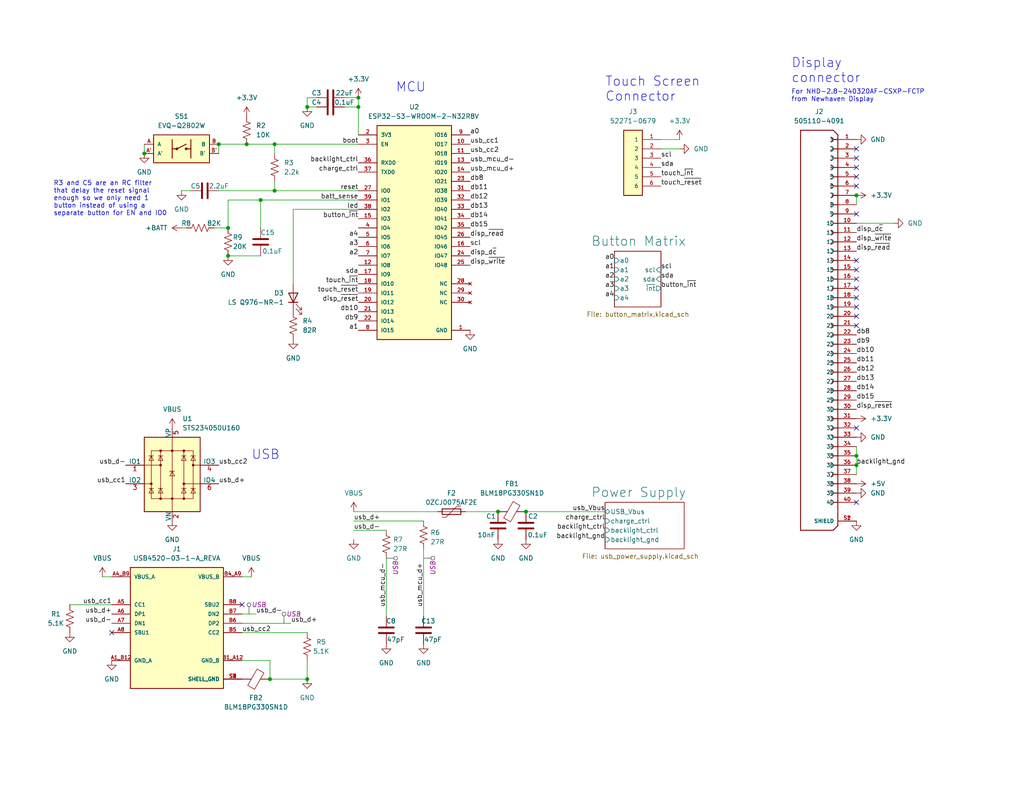
<source format=kicad_sch>
(kicad_sch (version 20230121) (generator eeschema)
  (paper "USLetter")
  (title_block (title "TI-83x") (date "2023-02-21") (rev "A") (company "Licensed under CERN-OHL-S v2"))
  (lib_symbols
    (symbol "505110-4091:505110-4091" (pin_names (offset 1.016))
      (property "Reference" "J" (at -10.16 54.61 0))
      (property "Value" "505110-4091" (at -10.16 -58.42 0))
      (symbol "505110-4091_0_0"
        (arc (start -1.905 -48.895) (mid -1.2727 -48.26) (end -1.905 -47.625) (stroke (width 0.254)))
        (arc (start -1.905 -46.355) (mid -1.2727 -45.72) (end -1.905 -45.085) (stroke (width 0.254)))
        (arc (start -1.905 -43.815) (mid -1.2727 -43.18) (end -1.905 -42.545) (stroke (width 0.254)))
        (arc (start -1.905 -41.275) (mid -1.2727 -40.64) (end -1.905 -40.005) (stroke (width 0.254)))
        (arc (start -1.905 -38.735) (mid -1.2727 -38.1) (end -1.905 -37.465) (stroke (width 0.254)))
        (arc (start -1.905 -36.195) (mid -1.2727 -35.56) (end -1.905 -34.925) (stroke (width 0.254)))
        (arc (start -1.905 -33.655) (mid -1.2727 -33.02) (end -1.905 -32.385) (stroke (width 0.254)))
        (arc (start -1.905 -31.115) (mid -1.2727 -30.48) (end -1.905 -29.845) (stroke (width 0.254)))
        (arc (start -1.905 -28.575) (mid -1.2727 -27.94) (end -1.905 -27.305) (stroke (width 0.254)))
        (arc (start -1.905 -26.035) (mid -1.2727 -25.4) (end -1.905 -24.765) (stroke (width 0.254)))
        (arc (start -1.905 -23.495) (mid -1.2727 -22.86) (end -1.905 -22.225) (stroke (width 0.254)))
        (arc (start -1.905 -20.955) (mid -1.2727 -20.32) (end -1.905 -19.685) (stroke (width 0.254)))
        (arc (start -1.905 -18.415) (mid -1.2727 -17.78) (end -1.905 -17.145) (stroke (width 0.254)))
        (arc (start -1.905 -15.875) (mid -1.2727 -15.24) (end -1.905 -14.605) (stroke (width 0.254)))
        (arc (start -1.905 -13.335) (mid -1.2727 -12.7) (end -1.905 -12.065) (stroke (width 0.254)))
        (arc (start -1.905 -10.795) (mid -1.2727 -10.16) (end -1.905 -9.525) (stroke (width 0.254)))
        (arc (start -1.905 -8.255) (mid -1.2727 -7.62) (end -1.905 -6.985) (stroke (width 0.254)))
        (arc (start -1.905 -5.715) (mid -1.2727 -5.08) (end -1.905 -4.445) (stroke (width 0.254)))
        (arc (start -1.905 -3.175) (mid -1.2727 -2.54) (end -1.905 -1.905) (stroke (width 0.254)))
        (arc (start -1.905 -0.635) (mid -1.2727 0) (end -1.905 0.635) (stroke (width 0.254)))
        (arc (start -1.905 1.905) (mid -1.2727 2.54) (end -1.905 3.175) (stroke (width 0.254)))
        (arc (start -1.905 4.445) (mid -1.2727 5.08) (end -1.905 5.715) (stroke (width 0.254)))
        (arc (start -1.905 6.985) (mid -1.2727 7.62) (end -1.905 8.255) (stroke (width 0.254)))
        (arc (start -1.905 9.525) (mid -1.2727 10.16) (end -1.905 10.795) (stroke (width 0.254)))
        (arc (start -1.905 12.065) (mid -1.2727 12.7) (end -1.905 13.335) (stroke (width 0.254)))
        (arc (start -1.905 14.605) (mid -1.2727 15.24) (end -1.905 15.875) (stroke (width 0.254)))
        (arc (start -1.905 17.145) (mid -1.2727 17.78) (end -1.905 18.415) (stroke (width 0.254)))
        (arc (start -1.905 19.685) (mid -1.2727 20.32) (end -1.905 20.955) (stroke (width 0.254)))
        (arc (start -1.905 22.225) (mid -1.2727 22.86) (end -1.905 23.495) (stroke (width 0.254)))
        (arc (start -1.905 24.765) (mid -1.2727 25.4) (end -1.905 26.035) (stroke (width 0.254)))
        (arc (start -1.905 27.305) (mid -1.2727 27.94) (end -1.905 28.575) (stroke (width 0.254)))
        (arc (start -1.905 29.845) (mid -1.2727 30.48) (end -1.905 31.115) (stroke (width 0.254)))
        (arc (start -1.905 32.385) (mid -1.2727 33.02) (end -1.905 33.655) (stroke (width 0.254)))
        (arc (start -1.905 34.925) (mid -1.2727 35.56) (end -1.905 36.195) (stroke (width 0.254)))
        (arc (start -1.905 37.465) (mid -1.2727 38.1) (end -1.905 38.735) (stroke (width 0.254)))
        (arc (start -1.905 40.005) (mid -1.2727 40.64) (end -1.905 41.275) (stroke (width 0.254)))
        (arc (start -1.905 42.545) (mid -1.2727 43.18) (end -1.905 43.815) (stroke (width 0.254)))
        (arc (start -1.905 45.085) (mid -1.2727 45.72) (end -1.905 46.355) (stroke (width 0.254)))
        (arc (start -1.905 47.625) (mid -1.2727 48.26) (end -1.905 48.895) (stroke (width 0.254)))
        (arc (start -1.905 50.165) (mid -1.2727 50.8) (end -1.905 51.435) (stroke (width 0.254)))
        (polyline (pts (xy -10.16 -55.88) (xy -10.16 53.34)) (stroke (width 0.254)))
        (polyline (pts (xy -10.16 53.34) (xy -1.27 53.34)) (stroke (width 0.254)))
        (polyline (pts (xy -1.27 -55.88) (xy -10.16 -55.88)) (stroke (width 0.254)))
        (polyline (pts (xy 0 -54.61) (xy -1.27 -55.88)) (stroke (width 0.254)))
        (polyline (pts (xy 0 -48.26) (xy -1.27 -48.26)) (stroke (width 0.254)))
        (polyline (pts (xy 0 -45.72) (xy -1.27 -45.72)) (stroke (width 0.254)))
        (polyline (pts (xy 0 -43.18) (xy -1.27 -43.18)) (stroke (width 0.254)))
        (polyline (pts (xy 0 -40.64) (xy -1.27 -40.64)) (stroke (width 0.254)))
        (polyline (pts (xy 0 -38.1) (xy -1.27 -38.1)) (stroke (width 0.254)))
        (polyline (pts (xy 0 -35.56) (xy -1.27 -35.56)) (stroke (width 0.254)))
        (polyline (pts (xy 0 -33.02) (xy -1.27 -33.02)) (stroke (width 0.254)))
        (polyline (pts (xy 0 -30.48) (xy -1.27 -30.48)) (stroke (width 0.254)))
        (polyline (pts (xy 0 -27.94) (xy -1.27 -27.94)) (stroke (width 0.254)))
        (polyline (pts (xy 0 -25.4) (xy -1.27 -25.4)) (stroke (width 0.254)))
        (polyline (pts (xy 0 -22.86) (xy -1.27 -22.86)) (stroke (width 0.254)))
        (polyline (pts (xy 0 -20.32) (xy -1.27 -20.32)) (stroke (width 0.254)))
        (polyline (pts (xy 0 -17.78) (xy -1.27 -17.78)) (stroke (width 0.254)))
        (polyline (pts (xy 0 -15.24) (xy -1.27 -15.24)) (stroke (width 0.254)))
        (polyline (pts (xy 0 -12.7) (xy -1.27 -12.7)) (stroke (width 0.254)))
        (polyline (pts (xy 0 -10.16) (xy -1.27 -10.16)) (stroke (width 0.254)))
        (polyline (pts (xy 0 -7.62) (xy -1.27 -7.62)) (stroke (width 0.254)))
        (polyline (pts (xy 0 -5.08) (xy -1.27 -5.08)) (stroke (width 0.254)))
        (polyline (pts (xy 0 -2.54) (xy -1.27 -2.54)) (stroke (width 0.254)))
        (polyline (pts (xy 0 0) (xy -1.27 0)) (stroke (width 0.254)))
        (polyline (pts (xy 0 2.54) (xy -1.27 2.54)) (stroke (width 0.254)))
        (polyline (pts (xy 0 5.08) (xy -1.27 5.08)) (stroke (width 0.254)))
        (polyline (pts (xy 0 7.62) (xy -1.27 7.62)) (stroke (width 0.254)))
        (polyline (pts (xy 0 10.16) (xy -1.27 10.16)) (stroke (width 0.254)))
        (polyline (pts (xy 0 12.7) (xy -1.27 12.7)) (stroke (width 0.254)))
        (polyline (pts (xy 0 15.24) (xy -1.27 15.24)) (stroke (width 0.254)))
        (polyline (pts (xy 0 17.78) (xy -1.27 17.78)) (stroke (width 0.254)))
        (polyline (pts (xy 0 20.32) (xy -1.27 20.32)) (stroke (width 0.254)))
        (polyline (pts (xy 0 22.86) (xy -1.27 22.86)) (stroke (width 0.254)))
        (polyline (pts (xy 0 25.4) (xy -1.27 25.4)) (stroke (width 0.254)))
        (polyline (pts (xy 0 27.94) (xy -1.27 27.94)) (stroke (width 0.254)))
        (polyline (pts (xy 0 30.48) (xy -1.27 30.48)) (stroke (width 0.254)))
        (polyline (pts (xy 0 33.02) (xy -1.27 33.02)) (stroke (width 0.254)))
        (polyline (pts (xy 0 35.56) (xy -1.27 35.56)) (stroke (width 0.254)))
        (polyline (pts (xy 0 38.1) (xy -1.27 38.1)) (stroke (width 0.254)))
        (polyline (pts (xy 0 40.64) (xy -1.27 40.64)) (stroke (width 0.254)))
        (polyline (pts (xy 0 43.18) (xy -1.27 43.18)) (stroke (width 0.254)))
        (polyline (pts (xy 0 45.72) (xy -1.27 45.72)) (stroke (width 0.254)))
        (polyline (pts (xy 0 48.26) (xy -1.27 48.26)) (stroke (width 0.254)))
        (polyline (pts (xy 0 50.8) (xy -1.27 50.8)) (stroke (width 0.254)))
        (polyline (pts (xy 0 50.8) (xy 0 -54.61)) (stroke (width 0.254)))
        (polyline (pts (xy 0 52.07) (xy -1.27 53.34)) (stroke (width 0.254)))
        (polyline (pts (xy 0 52.07) (xy 0 50.8)) (stroke (width 0.254)))
        (pin passive line (at 5.08 50.8 180) (length 5.08) (name "1") (number "1"))
        (pin passive line (at 5.08 27.94 180) (length 5.08) (name "10") (number "10"))
        (pin passive line (at 5.08 25.4 180) (length 5.08) (name "11") (number "11"))
        (pin passive line (at 5.08 22.86 180) (length 5.08) (name "12") (number "12"))
        (pin passive line (at 5.08 20.32 180) (length 5.08) (name "13") (number "13"))
        (pin passive line (at 5.08 17.78 180) (length 5.08) (name "14") (number "14"))
        (pin passive line (at 5.08 15.24 180) (length 5.08) (name "15") (number "15"))
        (pin passive line (at 5.08 12.7 180) (length 5.08) (name "16") (number "16"))
        (pin passive line (at 5.08 10.16 180) (length 5.08) (name "17") (number "17"))
        (pin passive line (at 5.08 7.62 180) (length 5.08) (name "18") (number "18"))
        (pin passive line (at 5.08 5.08 180) (length 5.08) (name "19") (number "19"))
        (pin passive line (at 5.08 48.26 180) (length 5.08) (name "2") (number "2"))
        (pin passive line (at 5.08 2.54 180) (length 5.08) (name "20") (number "20"))
        (pin passive line (at 5.08 0 180) (length 5.08) (name "21") (number "21"))
        (pin passive line (at 5.08 -2.54 180) (length 5.08) (name "22") (number "22"))
        (pin passive line (at 5.08 -5.08 180) (length 5.08) (name "23") (number "23"))
        (pin passive line (at 5.08 -7.62 180) (length 5.08) (name "24") (number "24"))
        (pin passive line (at 5.08 -10.16 180) (length 5.08) (name "25") (number "25"))
        (pin passive line (at 5.08 -12.7 180) (length 5.08) (name "26") (number "26"))
        (pin passive line (at 5.08 -15.24 180) (length 5.08) (name "27") (number "27"))
        (pin passive line (at 5.08 -17.78 180) (length 5.08) (name "28") (number "28"))
        (pin passive line (at 5.08 -20.32 180) (length 5.08) (name "29") (number "29"))
        (pin passive line (at 5.08 45.72 180) (length 5.08) (name "3") (number "3"))
        (pin passive line (at 5.08 -22.86 180) (length 5.08) (name "30") (number "30"))
        (pin passive line (at 5.08 -25.4 180) (length 5.08) (name "31") (number "31"))
        (pin passive line (at 5.08 -27.94 180) (length 5.08) (name "32") (number "32"))
        (pin passive line (at 5.08 -30.48 180) (length 5.08) (name "33") (number "33"))
        (pin passive line (at 5.08 -33.02 180) (length 5.08) (name "34") (number "34"))
        (pin passive line (at 5.08 -35.56 180) (length 5.08) (name "35") (number "35"))
        (pin passive line (at 5.08 -38.1 180) (length 5.08) (name "36") (number "36"))
        (pin passive line (at 5.08 -40.64 180) (length 5.08) (name "37") (number "37"))
        (pin passive line (at 5.08 -43.18 180) (length 5.08) (name "38") (number "38"))
        (pin passive line (at 5.08 -45.72 180) (length 5.08) (name "39") (number "39"))
        (pin passive line (at 5.08 43.18 180) (length 5.08) (name "4") (number "4"))
        (pin passive line (at 5.08 -48.26 180) (length 5.08) (name "40") (number "40"))
        (pin passive line (at 5.08 40.64 180) (length 5.08) (name "5") (number "5"))
        (pin passive line (at 5.08 38.1 180) (length 5.08) (name "6") (number "6"))
        (pin passive line (at 5.08 35.56 180) (length 5.08) (name "7") (number "7"))
        (pin passive line (at 5.08 33.02 180) (length 5.08) (name "8") (number "8"))
        (pin passive line (at 5.08 30.48 180) (length 5.08) (name "9") (number "9"))
        (pin passive line (at 5.08 -53.34 180) (length 5.08) (name "SHIELD") (number "S1"))
        (pin passive line (at 5.08 -53.34 180) (length 5.08) (name "SHIELD") (number "S2"))
      )
    )
    (symbol "52271-0679:52271-0679" (pin_names (offset 1.016))
      (property "Reference" "J" (at -2.54 8.128 0))
      (property "Value" "52271-0679" (at -2.54 -11.9634 0))
      (symbol "52271-0679_0_0"
        (rectangle (start -2.54 -10.16) (end 2.54 7.62) (stroke (width 0.254)) (fill (type background)))
        (pin passive line (at 7.62 5.08 180) (length 5.08) (name "1") (number "1"))
        (pin passive line (at 7.62 2.54 180) (length 5.08) (name "2") (number "2"))
        (pin passive line (at 7.62 0 180) (length 5.08) (name "3") (number "3"))
        (pin passive line (at 7.62 -2.54 180) (length 5.08) (name "4") (number "4"))
        (pin passive line (at 7.62 -5.08 180) (length 5.08) (name "5") (number "5"))
        (pin passive line (at 7.62 -7.62 180) (length 5.08) (name "6") (number "6"))
      )
    )
    (symbol "Device:C" (pin_numbers hide) (pin_names (offset 0.254))
      (property "Reference" "C" (at 0.635 2.54 0))
      (property "Value" "C" (at 0.635 -2.54 0))
      (symbol "C_0_1"
        (polyline (pts (xy -2.032 -0.762) (xy 2.032 -0.762)) (stroke (width 0.508)))
        (polyline (pts (xy -2.032 0.762) (xy 2.032 0.762)) (stroke (width 0.508)))
      )
      (symbol "C_1_1"
        (pin passive line (at 0 3.81 270) (length 2.794) (name "~") (number "1"))
        (pin passive line (at 0 -3.81 90) (length 2.794) (name "~") (number "2"))
      )
    )
    (symbol "Device:FerriteBead" (pin_numbers hide) (pin_names (offset 0))
      (property "Reference" "FB" (at -3.81 0.635 90))
      (property "Value" "FerriteBead" (at 3.81 0 90))
      (symbol "FerriteBead_0_1"
        (polyline (pts (xy 0 -1.27) (xy 0 -1.2192)))
        (polyline (pts (xy 0 1.27) (xy 0 1.2954)))
        (polyline (pts (xy -2.7686 0.4064) (xy -1.7018 2.2606) (xy 2.7686 -0.3048) (xy 1.6764 -2.159) (xy -2.7686 0.4064)))
      )
      (symbol "FerriteBead_1_1"
        (pin passive line (at 0 3.81 270) (length 2.54) (name "~") (number "1"))
        (pin passive line (at 0 -3.81 90) (length 2.54) (name "~") (number "2"))
      )
    )
    (symbol "Device:LED" (pin_numbers hide) (pin_names (offset 1.016) hide)
      (property "Reference" "D" (at 0 2.54 0))
      (property "Value" "LED" (at 0 -2.54 0))
      (symbol "LED_0_1"
        (polyline (pts (xy -1.27 -1.27) (xy -1.27 1.27)) (stroke (width 0.254)))
        (polyline (pts (xy -1.27 0) (xy 1.27 0)))
        (polyline (pts (xy 1.27 -1.27) (xy 1.27 1.27) (xy -1.27 0) (xy 1.27 -1.27)) (stroke (width 0.254)))
        (polyline (pts (xy -3.048 -0.762) (xy -4.572 -2.286) (xy -3.81 -2.286) (xy -4.572 -2.286) (xy -4.572 -1.524)))
        (polyline (pts (xy -1.778 -0.762) (xy -3.302 -2.286) (xy -2.54 -2.286) (xy -3.302 -2.286) (xy -3.302 -1.524)))
      )
      (symbol "LED_1_1"
        (pin passive line (at -3.81 0 0) (length 2.54) (name "K") (number "1"))
        (pin passive line (at 3.81 0 180) (length 2.54) (name "A") (number "2"))
      )
    )
    (symbol "Device:Polyfuse" (pin_numbers hide) (pin_names (offset 0))
      (property "Reference" "F" (at -2.54 0 90))
      (property "Value" "Polyfuse" (at 2.54 0 90))
      (symbol "Polyfuse_0_1"
        (rectangle (start -0.762 2.54) (end 0.762 -2.54) (stroke (width 0.254)))
        (polyline (pts (xy 0 2.54) (xy 0 -2.54)))
        (polyline (pts (xy -1.524 2.54) (xy -1.524 1.524) (xy 1.524 -1.524) (xy 1.524 -2.54)))
      )
      (symbol "Polyfuse_1_1"
        (pin passive line (at 0 3.81 270) (length 1.27) (name "~") (number "1"))
        (pin passive line (at 0 -3.81 90) (length 1.27) (name "~") (number "2"))
      )
    )
    (symbol "Device:R_US" (pin_numbers hide) (pin_names (offset 0))
      (property "Reference" "R" (at 2.54 0 90))
      (property "Value" "R_US" (at -2.54 0 90))
      (symbol "R_US_0_1"
        (polyline (pts (xy 0 -2.286) (xy 0 -2.54)))
        (polyline (pts (xy 0 2.286) (xy 0 2.54)))
        (polyline (pts (xy 0 -0.762) (xy 1.016 -1.143) (xy 0 -1.524) (xy -1.016 -1.905) (xy 0 -2.286)))
        (polyline (pts (xy 0 0.762) (xy 1.016 0.381) (xy 0 0) (xy -1.016 -0.381) (xy 0 -0.762)))
        (polyline (pts (xy 0 2.286) (xy 1.016 1.905) (xy 0 1.524) (xy -1.016 1.143) (xy 0 0.762)))
      )
      (symbol "R_US_1_1"
        (pin passive line (at 0 3.81 270) (length 1.27) (name "~") (number "1"))
        (pin passive line (at 0 -3.81 90) (length 1.27) (name "~") (number "2"))
      )
    )
    (symbol "ESP32-S3-WROOM-2-N32R8V:ESP32-S3-WROOM-2-N32R8V" (pin_names (offset 1.016))
      (property "Reference" "U2" (at 0 38.1 0))
      (property "Value" "ESP32-S3-WROOM-2-N32R8V" (at 2.54 35.56 0))
      (symbol "ESP32-S3-WROOM-2-N32R8V_0_0"
        (rectangle (start -10.16 33.02) (end 10.16 -25.4) (stroke (width 0.254)) (fill (type background)))
        (pin power_in line (at 15.24 -22.86 180) (length 5.08) (name "GND") (number "1"))
        (pin bidirectional line (at 15.24 27.94 180) (length 5.08) (name "IO17") (number "10"))
        (pin bidirectional line (at 15.24 25.4 180) (length 5.08) (name "IO18") (number "11"))
        (pin bidirectional line (at -15.24 -5.08 0) (length 5.08) (name "IO8") (number "12"))
        (pin bidirectional line (at 15.24 22.86 180) (length 5.08) (name "IO19") (number "13"))
        (pin bidirectional line (at 15.24 20.32 180) (length 5.08) (name "IO20") (number "14"))
        (pin bidirectional line (at -15.24 7.62 0) (length 5.08) (name "IO3") (number "15"))
        (pin bidirectional line (at 15.24 0 180) (length 5.08) (name "IO46") (number "16"))
        (pin bidirectional line (at -15.24 -7.62 0) (length 5.08) (name "IO9") (number "17"))
        (pin bidirectional line (at -15.24 -10.16 0) (length 5.08) (name "IO10") (number "18"))
        (pin bidirectional line (at -15.24 -12.7 0) (length 5.08) (name "IO11") (number "19"))
        (pin power_in line (at -15.24 30.48 0) (length 5.08) (name "3V3") (number "2"))
        (pin bidirectional line (at -15.24 -15.24 0) (length 5.08) (name "IO12") (number "20"))
        (pin bidirectional line (at -15.24 -17.78 0) (length 5.08) (name "IO13") (number "21"))
        (pin bidirectional line (at -15.24 -20.32 0) (length 5.08) (name "IO14") (number "22"))
        (pin bidirectional line (at 15.24 17.78 180) (length 5.08) (name "IO21") (number "23"))
        (pin bidirectional line (at 15.24 -2.54 180) (length 5.08) (name "IO47") (number "24"))
        (pin bidirectional line (at 15.24 -5.08 180) (length 5.08) (name "IO48") (number "25"))
        (pin bidirectional line (at 15.24 2.54 180) (length 5.08) (name "IO45") (number "26"))
        (pin bidirectional line (at -15.24 15.24 0) (length 5.08) (name "IO0") (number "27"))
        (pin no_connect line (at 15.24 -10.16 180) (length 5.08) (name "NC") (number "28"))
        (pin no_connect line (at 15.24 -12.7 180) (length 5.08) (name "NC") (number "29"))
        (pin input line (at -15.24 27.94 0) (length 5.08) (name "EN") (number "3"))
        (pin no_connect line (at 15.24 -15.24 180) (length 5.08) (name "NC") (number "30"))
        (pin bidirectional line (at 15.24 15.24 180) (length 5.08) (name "IO38") (number "31"))
        (pin bidirectional line (at 15.24 12.7 180) (length 5.08) (name "IO39") (number "32"))
        (pin bidirectional line (at 15.24 10.16 180) (length 5.08) (name "IO40") (number "33"))
        (pin bidirectional line (at 15.24 7.62 180) (length 5.08) (name "IO41") (number "34"))
        (pin bidirectional line (at 15.24 5.08 180) (length 5.08) (name "IO42") (number "35"))
        (pin bidirectional line (at -15.24 22.86 0) (length 5.08) (name "RXD0") (number "36"))
        (pin bidirectional line (at -15.24 20.32 0) (length 5.08) (name "TXD0") (number "37"))
        (pin bidirectional line (at -15.24 10.16 0) (length 5.08) (name "IO2") (number "38"))
        (pin bidirectional line (at -15.24 12.7 0) (length 5.08) (name "IO1") (number "39"))
        (pin bidirectional line (at -15.24 5.08 0) (length 5.08) (name "IO4") (number "4"))
        (pin power_in line (at 15.24 -22.86 180) (length 5.08) hide (name "GND") (number "40"))
        (pin power_in line (at 15.24 -22.86 180) (length 5.08) hide (name "GND") (number "41_1"))
        (pin power_in line (at 15.24 -22.86 180) (length 5.08) hide (name "GND") (number "41_10"))
        (pin power_in line (at 15.24 -22.86 180) (length 5.08) hide (name "GND") (number "41_11"))
        (pin power_in line (at 15.24 -22.86 180) (length 5.08) hide (name "GND") (number "41_12"))
        (pin power_in line (at 15.24 -22.86 180) (length 5.08) hide (name "GND") (number "41_13"))
        (pin power_in line (at 15.24 -22.86 180) (length 5.08) hide (name "GND") (number "41_14"))
        (pin power_in line (at 15.24 -22.86 180) (length 5.08) hide (name "GND") (number "41_15"))
        (pin power_in line (at 15.24 -22.86 180) (length 5.08) hide (name "GND") (number "41_16"))
        (pin power_in line (at 15.24 -22.86 180) (length 5.08) hide (name "GND") (number "41_17"))
        (pin power_in line (at 15.24 -22.86 180) (length 5.08) hide (name "GND") (number "41_18"))
        (pin power_in line (at 15.24 -22.86 180) (length 5.08) hide (name "GND") (number "41_19"))
        (pin power_in line (at 15.24 -22.86 180) (length 5.08) hide (name "GND") (number "41_2"))
        (pin power_in line (at 15.24 -22.86 180) (length 5.08) hide (name "GND") (number "41_20"))
        (pin power_in line (at 15.24 -22.86 180) (length 5.08) hide (name "GND") (number "41_21"))
        (pin power_in line (at 15.24 -22.86 180) (length 5.08) hide (name "GND") (number "41_3"))
        (pin power_in line (at 15.24 -22.86 180) (length 5.08) hide (name "GND") (number "41_4"))
        (pin power_in line (at 15.24 -22.86 180) (length 5.08) hide (name "GND") (number "41_5"))
        (pin power_in line (at 15.24 -22.86 180) (length 5.08) hide (name "GND") (number "41_6"))
        (pin power_in line (at 15.24 -22.86 180) (length 5.08) hide (name "GND") (number "41_7"))
        (pin power_in line (at 15.24 -22.86 180) (length 5.08) hide (name "GND") (number "41_8"))
        (pin power_in line (at 15.24 -22.86 180) (length 5.08) hide (name "GND") (number "41_9"))
        (pin bidirectional line (at -15.24 2.54 0) (length 5.08) (name "IO5") (number "5"))
        (pin bidirectional line (at -15.24 0 0) (length 5.08) (name "IO6") (number "6"))
        (pin bidirectional line (at -15.24 -2.54 0) (length 5.08) (name "IO7") (number "7"))
        (pin bidirectional line (at -15.24 -22.86 0) (length 5.08) (name "IO15") (number "8"))
        (pin bidirectional line (at 15.24 30.48 180) (length 5.08) (name "IO16") (number "9"))
      )
    )
    (symbol "EVQ-Q2B02W:EVQ-Q2B02W" (pin_names (offset 1.016))
      (property "Reference" "S?" (at 0 8.89 0))
      (property "Value" "EVQ-Q2B02W" (at 0 6.35 0))
      (symbol "EVQ-Q2B02W_0_0"
        (rectangle (start -7.62 5.08) (end 7.62 -2.54) (stroke (width 0.254)) (fill (type background)))
        (circle (center -1.27 1.27) (radius 0.254) (stroke (width 0.254)))
        (polyline (pts (xy -2.54 1.27) (xy -2.54 -1.27)) (stroke (width 0.254)))
        (polyline (pts (xy -2.54 3.81) (xy -2.54 1.27)) (stroke (width 0.254)))
        (polyline (pts (xy -1.27 1.27) (xy -2.54 1.27)) (stroke (width 0.254)))
        (polyline (pts (xy -1.27 1.27) (xy 1.27 2.54)) (stroke (width 0.254)))
        (polyline (pts (xy 1.27 1.27) (xy 2.54 1.27)) (stroke (width 0.254)))
        (polyline (pts (xy 2.54 1.27) (xy 2.54 -1.27)) (stroke (width 0.254)))
        (polyline (pts (xy 2.54 3.81) (xy 2.54 1.27)) (stroke (width 0.254)))
        (circle (center 1.27 1.27) (radius 0.254) (stroke (width 0.254)))
        (pin passive line (at -10.16 2.54 0) (length 2.54) (name "A") (number "A"))
        (pin passive line (at -10.16 0 0) (length 2.54) (name "A'") (number "A'"))
        (pin passive line (at 10.16 2.54 180) (length 2.54) (name "B") (number "B"))
        (pin passive line (at 10.16 0 180) (length 2.54) (name "B'") (number "B'"))
      )
    )
    (symbol "Power_Protection:CDSOT236-0504C" (pin_names (offset 0))
      (property "Reference" "U" (at -5.08 11.43 0))
      (property "Value" "CDSOT236-0504C" (at 2.54 11.43 0))
      (symbol "CDSOT236-0504C_0_0"
        (rectangle (start -5.715 6.477) (end 5.715 -6.604))
        (polyline (pts (xy -3.175 -6.604) (xy -3.175 6.477)))
        (polyline (pts (xy 3.175 6.477) (xy 3.175 -6.604)))
      )
      (symbol "CDSOT236-0504C_0_1"
        (rectangle (start -7.62 10.16) (end 7.62 -10.16) (stroke (width 0.254)) (fill (type background)))
        (circle (center -5.715 -2.54) (radius 0.2794) (fill (type outline)))
        (circle (center -3.175 -6.604) (radius 0.2794) (fill (type outline)))
        (circle (center -3.175 2.54) (radius 0.2794) (fill (type outline)))
        (circle (center -3.175 6.477) (radius 0.2794) (fill (type outline)))
        (circle (center 0 -6.604) (radius 0.2794) (fill (type outline)))
        (polyline (pts (xy -7.747 2.54) (xy -3.175 2.54)))
        (polyline (pts (xy -7.62 -2.54) (xy -5.715 -2.54)))
        (polyline (pts (xy -5.08 -3.81) (xy -6.35 -3.81)))
        (polyline (pts (xy -5.08 5.08) (xy -6.35 5.08)))
        (polyline (pts (xy -2.54 -3.81) (xy -3.81 -3.81)))
        (polyline (pts (xy -2.54 5.08) (xy -3.81 5.08)))
        (polyline (pts (xy 0 10.16) (xy 0 -10.16)))
        (polyline (pts (xy 3.81 -3.81) (xy 2.54 -3.81)))
        (polyline (pts (xy 3.81 5.08) (xy 2.54 5.08)))
        (polyline (pts (xy 6.35 -3.81) (xy 5.08 -3.81)))
        (polyline (pts (xy 6.35 5.08) (xy 5.08 5.08)))
        (polyline (pts (xy 7.62 -2.54) (xy 3.175 -2.54)))
        (polyline (pts (xy 7.62 2.54) (xy 5.715 2.54)))
        (polyline (pts (xy 0.635 0.889) (xy -0.635 0.889) (xy -0.635 0.635)))
        (polyline (pts (xy -5.08 -5.08) (xy -6.35 -5.08) (xy -5.715 -3.81) (xy -5.08 -5.08)))
        (polyline (pts (xy -5.08 3.81) (xy -6.35 3.81) (xy -5.715 5.08) (xy -5.08 3.81)))
        (polyline (pts (xy -2.54 -5.08) (xy -3.81 -5.08) (xy -3.175 -3.81) (xy -2.54 -5.08)))
        (polyline (pts (xy -2.54 3.81) (xy -3.81 3.81) (xy -3.175 5.08) (xy -2.54 3.81)))
        (polyline (pts (xy 0.635 -0.381) (xy -0.635 -0.381) (xy 0 0.889) (xy 0.635 -0.381)))
        (polyline (pts (xy 3.81 -5.08) (xy 2.54 -5.08) (xy 3.175 -3.81) (xy 3.81 -5.08)))
        (polyline (pts (xy 3.81 3.81) (xy 2.54 3.81) (xy 3.175 5.08) (xy 3.81 3.81)))
        (polyline (pts (xy 6.35 -5.08) (xy 5.08 -5.08) (xy 5.715 -3.81) (xy 6.35 -5.08)))
        (polyline (pts (xy 6.35 3.81) (xy 5.08 3.81) (xy 5.715 5.08) (xy 6.35 3.81)))
        (circle (center 0 6.477) (radius 0.2794) (fill (type outline)))
        (circle (center 3.175 -6.604) (radius 0.2794) (fill (type outline)))
        (circle (center 3.175 -2.54) (radius 0.2794) (fill (type outline)))
        (circle (center 3.175 6.477) (radius 0.2794) (fill (type outline)))
        (circle (center 5.715 2.54) (radius 0.2794) (fill (type outline)))
      )
      (symbol "CDSOT236-0504C_1_1"
        (pin passive line (at -12.7 2.54 0) (length 5.08) (name "IO1") (number "1"))
        (pin passive line (at 0 -12.7 90) (length 2.54) (name "VN") (number "2"))
        (pin passive line (at -12.7 -2.54 0) (length 5.08) (name "IO2") (number "3"))
        (pin passive line (at 12.7 2.54 180) (length 5.08) (name "IO3") (number "4"))
        (pin passive line (at 0 12.7 270) (length 2.54) (name "VP") (number "5"))
        (pin passive line (at 12.7 -2.54 180) (length 5.08) (name "IO4") (number "6"))
      )
    )
    (symbol "USB4520-03-1-A_REVA:USB4520-03-1-A_REVA" (pin_names (offset 1.016))
      (property "Reference" "J" (at -12.7 16.002 0))
      (property "Value" "USB4520-03-1-A_REVA" (at -12.7 -18.542 0))
      (symbol "USB4520-03-1-A_REVA_0_0"
        (rectangle (start -12.7 -17.78) (end 12.7 15.24) (stroke (width 0.254)) (fill (type background)))
        (pin power_in line (at -17.78 -10.16 0) (length 5.08) (name "GND_A") (number "A1_B12"))
        (pin power_in line (at -17.78 12.7 0) (length 5.08) (name "VBUS_A") (number "A4_B9"))
        (pin bidirectional line (at -17.78 5.08 0) (length 5.08) (name "CC1") (number "A5"))
        (pin bidirectional line (at -17.78 2.54 0) (length 5.08) (name "DP1") (number "A6"))
        (pin bidirectional line (at -17.78 0 0) (length 5.08) (name "DN1") (number "A7"))
        (pin bidirectional line (at -17.78 -2.54 0) (length 5.08) (name "SBU1") (number "A8"))
        (pin power_in line (at 17.78 -10.16 180) (length 5.08) (name "GND_B") (number "B1_A12"))
        (pin power_in line (at 17.78 12.7 180) (length 5.08) (name "VBUS_B") (number "B4_A9"))
        (pin bidirectional line (at 17.78 -2.54 180) (length 5.08) (name "CC2") (number "B5"))
        (pin bidirectional line (at 17.78 0 180) (length 5.08) (name "DP2") (number "B6"))
        (pin bidirectional line (at 17.78 2.54 180) (length 5.08) (name "DN2") (number "B7"))
        (pin bidirectional line (at 17.78 5.08 180) (length 5.08) (name "SBU2") (number "B8"))
        (pin power_in line (at 17.78 -15.24 180) (length 5.08) (name "SHELL_GND") (number "S1"))
        (pin power_in line (at 17.78 -15.24 180) (length 5.08) (name "SHELL_GND") (number "S2"))
        (pin power_in line (at 17.78 -15.24 180) (length 5.08) (name "SHELL_GND") (number "S3"))
        (pin power_in line (at 17.78 -15.24 180) (length 5.08) (name "SHELL_GND") (number "S4"))
      )
    )
    (symbol "power:+3.3V" (power) (pin_names (offset 0))
      (property "Value" "+3.3V" (at 0 3.556 0))
      (symbol "+3.3V_0_1"
        (polyline (pts (xy -0.762 1.27) (xy 0 2.54)))
        (polyline (pts (xy 0 0) (xy 0 2.54)))
        (polyline (pts (xy 0 2.54) (xy 0.762 1.27)))
      )
      (symbol "+3.3V_1_1"
        (pin power_in line (at 0 0 90) (length 0) hide (name "+3.3V") (number "1"))
      )
    )
    (symbol "power:+5V" (power) (pin_names (offset 0))
      (property "Value" "+5V" (at 0 3.556 0))
      (symbol "+5V_0_1"
        (polyline (pts (xy -0.762 1.27) (xy 0 2.54)))
        (polyline (pts (xy 0 0) (xy 0 2.54)))
        (polyline (pts (xy 0 2.54) (xy 0.762 1.27)))
      )
      (symbol "+5V_1_1"
        (pin power_in line (at 0 0 90) (length 0) hide (name "+5V") (number "1"))
      )
    )
    (symbol "power:+BATT" (power) (pin_names (offset 0))
      (property "Value" "+BATT" (at 0 3.556 0))
      (symbol "+BATT_0_1"
        (polyline (pts (xy -0.762 1.27) (xy 0 2.54)))
        (polyline (pts (xy 0 0) (xy 0 2.54)))
        (polyline (pts (xy 0 2.54) (xy 0.762 1.27)))
      )
      (symbol "+BATT_1_1"
        (pin power_in line (at 0 0 90) (length 0) hide (name "+BATT") (number "1"))
      )
    )
    (symbol "power:GND" (power) (pin_names (offset 0))
      (property "Value" "GND" (at 0 -3.81 0))
      (symbol "GND_0_1"
        (polyline (pts (xy 0 0) (xy 0 -1.27) (xy 1.27 -1.27) (xy 0 -2.54) (xy -1.27 -1.27) (xy 0 -1.27)))
      )
      (symbol "GND_1_1"
        (pin power_in line (at 0 0 270) (length 0) hide (name "GND") (number "1"))
      )
    )
    (symbol "power:VBUS" (power) (pin_names (offset 0))
      (property "Value" "VBUS" (at 0 3.81 0))
      (symbol "VBUS_0_1"
        (polyline (pts (xy -0.762 1.27) (xy 0 2.54)))
        (polyline (pts (xy 0 0) (xy 0 2.54)))
        (polyline (pts (xy 0 2.54) (xy 0.762 1.27)))
      )
      (symbol "VBUS_1_1"
        (pin power_in line (at 0 0 90) (length 0) hide (name "VBUS") (number "1"))
      )
    )
  )
  (junction (at 73.66 185.42))
  (junction (at 39.37 41.91))
  (junction (at 233.68 124.46))
  (junction (at 74.93 52.07))
  (junction (at 233.68 53.34))
  (junction (at 74.93 39.37))
  (junction (at 135.89 139.7))
  (junction (at 62.23 69.85))
  (junction (at 233.68 127))
  (junction (at 83.82 185.42))
  (junction (at 59.69 39.37))
  (junction (at 83.82 29.21))
  (junction (at 62.23 62.23))
  (junction (at 97.79 29.21))
  (junction (at 67.31 39.37))
  (junction (at 71.12 54.61))
  (junction (at 143.51 139.7))
  (junction (at 97.79 26.67))
  (no_connect (at 233.68 88.9))
  (no_connect (at 233.68 50.8))
  (no_connect (at 233.68 40.64))
  (no_connect (at 233.68 86.36))
  (no_connect (at 233.68 78.74))
  (no_connect (at 66.04 165.1))
  (no_connect (at 30.48 172.72))
  (no_connect (at 233.68 58.42))
  (no_connect (at 233.68 81.28))
  (no_connect (at 233.68 71.12))
  (no_connect (at 233.68 73.66))
  (no_connect (at 233.68 45.72))
  (no_connect (at 233.68 116.84))
  (no_connect (at 233.68 43.18))
  (no_connect (at 233.68 48.26))
  (no_connect (at 233.68 76.2))
  (no_connect (at 233.68 83.82))
  (no_connect (at 233.68 137.16))
  (wire (pts (xy 74.93 39.37) (xy 97.79 39.37)))
  (wire (pts (xy 185.42 40.64) (xy 180.34 40.64)))
  (wire (pts (xy 233.68 124.46) (xy 233.68 127)))
  (wire (pts (xy 66.04 180.34) (xy 73.66 180.34)))
  (wire (pts (xy 86.36 26.67) (xy 83.82 26.67)))
  (wire (pts (xy 73.66 185.42) (xy 83.82 185.42)))
  (wire (pts (xy 71.12 62.23) (xy 71.12 54.61)))
  (wire (pts (xy 185.42 38.1) (xy 180.34 38.1)))
  (wire (pts (xy 233.68 53.34) (xy 233.68 55.88)))
  (wire (pts (xy 67.31 39.37) (xy 74.93 39.37)))
  (wire (pts (xy 93.98 26.67) (xy 97.79 26.67)))
  (wire (pts (xy 233.68 127) (xy 233.68 129.54)))
  (wire (pts (xy 68.58 157.48) (xy 66.04 157.48)))
  (wire (pts (xy 105.41 144.78) (xy 96.52 144.78)))
  (wire (pts (xy 80.01 77.47) (xy 80.01 57.15)))
  (wire (pts (xy 127 139.7) (xy 135.89 139.7)))
  (wire (pts (xy 59.69 39.37) (xy 59.69 41.91)))
  (wire (pts (xy 83.82 26.67) (xy 83.82 29.21)))
  (wire (pts (xy 71.12 54.61) (xy 97.79 54.61)))
  (wire (pts (xy 115.57 142.24) (xy 96.52 142.24)))
  (wire (pts (xy 97.79 26.67) (xy 97.79 29.21)))
  (wire (pts (xy 58.42 62.23) (xy 62.23 62.23)))
  (wire (pts (xy 83.82 29.21) (xy 86.36 29.21)))
  (wire (pts (xy 105.41 152.4) (xy 105.41 168.275)))
  (wire (pts (xy 27.94 157.48) (xy 30.48 157.48)))
  (wire (pts (xy 66.04 170.18) (xy 79.375 170.18)))
  (wire (pts (xy 243.84 60.96) (xy 233.68 60.96)))
  (wire (pts (xy 49.53 62.23) (xy 50.8 62.23)))
  (wire (pts (xy 233.68 121.92) (xy 233.68 124.46)))
  (wire (pts (xy 39.37 39.37) (xy 39.37 41.91)))
  (wire (pts (xy 115.57 149.86) (xy 115.57 168.275)))
  (wire (pts (xy 83.82 180.34) (xy 83.82 185.42)))
  (wire (pts (xy 59.69 52.07) (xy 74.93 52.07)))
  (wire (pts (xy 97.79 29.21) (xy 97.79 36.83)))
  (wire (pts (xy 143.51 139.7) (xy 165.1 139.7)))
  (wire (pts (xy 71.12 69.85) (xy 62.23 69.85)))
  (wire (pts (xy 74.93 52.07) (xy 97.79 52.07)))
  (wire (pts (xy 96.52 139.7) (xy 119.38 139.7)))
  (wire (pts (xy 69.85 167.64) (xy 66.04 167.64)))
  (wire (pts (xy 59.69 39.37) (xy 67.31 39.37)))
  (wire (pts (xy 19.05 165.1) (xy 30.48 165.1)))
  (wire (pts (xy 93.98 29.21) (xy 97.79 29.21)))
  (wire (pts (xy 62.23 54.61) (xy 71.12 54.61)))
  (wire (pts (xy 80.01 57.15) (xy 97.79 57.15)))
  (wire (pts (xy 74.93 49.53) (xy 74.93 52.07)))
  (wire (pts (xy 66.04 172.72) (xy 83.82 172.72)))
  (wire (pts (xy 74.93 39.37) (xy 74.93 41.91)))
  (wire (pts (xy 73.66 180.34) (xy 73.66 185.42)))
  (wire (pts (xy 62.23 54.61) (xy 62.23 62.23)))
  (wire (pts (xy 49.53 52.07) (xy 52.07 52.07)))
  (text "Touch Screen\nConnector" (at 165.1 27.94 0) (effects (font (size 2.54 2.54)) (justify left bottom)))
  (text "USB" (at 68.58 125.73 0) (effects (font (size 2.54 2.54)) (justify left bottom)))
  (text "Display\nconnector" (at 215.9 22.86 0) (effects (font (size 2.54 2.54)) (justify left bottom)))
  (text "MCU" (at 107.95 25.4 0) (effects (font (size 2.54 2.54)) (justify left bottom)))
  (text "For NHD-2.8-240320AF-CSXP-FCTP\nfrom Newhaven Display" (at 215.9 27.94 0) (effects (font (size 1.27 1.27)) (justify left bottom)))
  (text "R3 and C5 are an RC filter\nthat delay the reset signal\nenough so we only need 1 \nbutton instead of using a\nseparate button for EN and IO0" (at 14.605 59.055 0) (effects (font (size 1.27 1.27)) (justify left bottom)))
  (label "disp_d~{c}" (at 128.27 69.85 0))
  (label "usb_cc1" (at 128.27 39.37 0))
  (label "db15" (at 233.68 109.22 0))
  (label "disp_~{read}" (at 128.27 64.77 0))
  (label "db10" (at 233.68 96.52 0))
  (label "usb_d-" (at 69.85 167.64 0))
  (label "usb_mcu_d-" (at 128.27 44.45 0))
  (label "disp_d~{c}" (at 233.68 63.5 0))
  (label "scl" (at 128.27 67.31 0))
  (label "backlight_gnd" (at 233.68 127 0))
  (label "usb_Vbus" (at 165.1 139.7 180))
  (label "db12" (at 233.68 101.6 0))
  (label "sda" (at 97.79 74.93 180))
  (label "a3" (at 167.64 78.74 180))
  (label "backlight_ctrl" (at 165.1 144.78 180))
  (label "sda" (at 180.34 76.2 0))
  (label "db14" (at 233.68 106.68 0))
  (label "batt_sense" (at 97.79 54.61 180))
  (label "usb_d+" (at 96.52 142.24 0))
  (label "usb_d-" (at 96.52 144.78 0))
  (label "charge_ctrl" (at 165.1 142.24 180))
  (label "db13" (at 233.68 104.14 0))
  (label "reset" (at 97.79 52.07 180))
  (label "db10" (at 97.79 85.09 180))
  (label "usb_d+" (at 30.48 167.64 180))
  (label "touch_~{int}" (at 180.34 48.26 0))
  (label "usb_d-" (at 34.29 127 180))
  (label "a4" (at 97.79 64.77 180))
  (label "charge_ctrl" (at 97.79 46.99 180))
  (label "db11" (at 233.68 99.06 0))
  (label "led" (at 97.79 57.15 180))
  (label "db12" (at 128.27 54.61 0))
  (label "boot" (at 97.79 39.37 180))
  (label "touch_~{reset}" (at 97.79 80.01 180))
  (label "a3" (at 97.79 67.31 180))
  (label "db8" (at 233.68 91.44 0))
  (label "sda" (at 180.34 45.72 0))
  (label "scl" (at 180.34 73.66 0))
  (label "db11" (at 128.27 52.07 0))
  (label "disp_~{reset}" (at 233.68 111.76 0))
  (label "backlight_ctrl" (at 97.79 44.45 180))
  (label "a2" (at 167.64 76.2 180))
  (label "disp_~{write}" (at 128.27 72.39 0))
  (label "a0" (at 128.27 36.83 0))
  (label "usb_mcu_d+" (at 115.57 165.735 90))
  (label "a4" (at 167.64 81.28 180))
  (label "a1" (at 97.79 90.17 180))
  (label "db8" (at 128.27 49.53 0))
  (label "a1" (at 167.64 73.66 180))
  (label "touch_~{reset}" (at 180.34 50.8 0))
  (label "usb_mcu_d+" (at 128.27 46.99 0))
  (label "touch_~{int}" (at 97.79 77.47 180))
  (label "scl" (at 180.34 43.18 0))
  (label "disp_~{reset}" (at 97.79 82.55 180))
  (label "db9" (at 97.79 87.63 180))
  (label "usb_d+" (at 59.69 132.08 0))
  (label "usb_cc2" (at 66.04 172.72 0))
  (label "backlight_gnd" (at 165.1 147.32 180))
  (label "disp_~{write}" (at 233.68 66.04 0))
  (label "usb_cc2" (at 59.69 127 0))
  (label "db13" (at 128.27 57.15 0))
  (label "usb_d-" (at 30.48 170.18 180))
  (label "usb_mcu_d-" (at 105.41 165.735 90))
  (label "button_~{int}" (at 97.79 59.69 180))
  (label "db14" (at 128.27 59.69 0))
  (label "usb_d+" (at 79.375 170.18 0))
  (label "usb_cc1" (at 34.29 132.08 180))
  (label "usb_cc1" (at 30.48 165.1 180))
  (label "a2" (at 97.79 69.85 180))
  (label "db9" (at 233.68 93.98 0))
  (label "db15" (at 128.27 62.23 0))
  (label "disp_~{read}" (at 233.68 68.58 0))
  (label "a0" (at 167.64 71.12 180))
  (label "usb_cc2" (at 128.27 41.91 0))
  (label "button_~{int}" (at 180.34 78.74 0))
  (netclass_flag "" (length 2.54) (shape round) (at 105.41 152.4 270) (property "Netclass" "USB" (at 107.95 153.035 90) (effects (font italic) (justify right))))
  (netclass_flag "" (length 2.54) (shape round) (at 77.47 170.18 0) (property "Netclass" "USB" (at 78.105 167.64 0) (effects (font italic) (justify left))))
  (netclass_flag "" (length 2.54) (shape round) (at 67.945 167.64 0) (property "Netclass" "USB" (at 68.6435 165.1 0) (effects (font italic) (justify left))))
  (netclass_flag "" (length 2.54) (shape round) (at 115.57 152.4 270) (property "Netclass" "USB" (at 118.11 153.035 90) (effects (font italic) (justify right))))
  (symbol (lib_id "power:GND") (at 30.48 180.34 0) (unit 1)
    (property "Reference" "#PWR0108" (effects hide))
    (property "Value" "GND" (at 30.48 185.42 0))
  )
  (symbol (lib_id "power:GND") (at 39.37 41.91 0) (unit 1)
    (property "Reference" "#PWR05" (effects hide))
    (property "Value" "GND" (at 39.37 46.99 0))
  )
  (symbol (lib_id "power:GND") (at 185.42 40.64 90) (unit 1)
    (property "Reference" "#PWR022" (effects hide))
    (property "Value" "GND" (at 189.23 40.6399 90) (effects (justify right)))
  )
  (symbol (lib_id "Device:C") (at 90.17 29.21 90) (unit 1)
    (property "Reference" "C4" (at 86.36 27.94 90))
    (property "Value" "0.1uF" (at 93.98 27.94 90))
    (property "Footprint" "Capacitor_SMD:C_0603_1608Metric_Pad1.08x0.95mm_HandSolder" (effects hide))
  )
  (symbol (lib_id "power:+3.3V") (at 185.42 38.1 0) (unit 1)
    (property "Reference" "#PWR021" (effects hide))
    (property "Value" "+3.3V" (at 185.42 33.02 0))
  )
  (symbol (lib_id "Device:R_US") (at 62.23 66.04 180) (unit 1)
    (property "Reference" "R9" (at 63.5 64.77 0) (effects (justify right)))
    (property "Value" "20K" (at 63.5 67.31 0) (effects (justify right)))
    (property "Footprint" "Resistor_SMD:R_0603_1608Metric_Pad0.98x0.95mm_HandSolder" (effects hide))
  )
  (symbol (lib_id "power:GND") (at 83.82 185.42 0) (unit 1)
    (property "Reference" "#PWR0102" (effects hide))
    (property "Value" "GND" (at 83.82 190.5 0))
  )
  (symbol (lib_id "Device:R_US") (at 105.41 148.59 0) (unit 1)
    (property "Reference" "R7" (at 108.585 147.32 0))
    (property "Value" "27R" (at 109.22 149.86 0))
    (property "Footprint" "Resistor_SMD:R_0603_1608Metric_Pad0.98x0.95mm_HandSolder" (effects hide))
  )
  (symbol (lib_id "Device:R_US") (at 83.82 176.53 0) (unit 1)
    (property "Reference" "R5" (at 87.63 175.26 0))
    (property "Value" "5.1K" (at 87.63 177.8 0))
    (property "Footprint" "Resistor_SMD:R_0603_1608Metric_Pad0.98x0.95mm_HandSolder" (effects hide))
  )
  (symbol (lib_id "Device:R_US") (at 115.57 146.05 0) (unit 1)
    (property "Reference" "R6" (at 118.745 145.415 0))
    (property "Value" "27R" (at 119.38 147.955 0))
    (property "Footprint" "Resistor_SMD:R_0603_1608Metric_Pad0.98x0.95mm_HandSolder" (effects hide))
  )
  (symbol (lib_id "Device:C") (at 115.57 172.085 180) (unit 1)
    (property "Reference" "C13" (at 116.84 169.545 0))
    (property "Value" "47pF" (at 118.11 174.625 0))
    (property "Footprint" "Capacitor_SMD:C_0603_1608Metric_Pad1.08x0.95mm_HandSolder" (effects hide))
  )
  (symbol (lib_id "power:+3.3V") (at 233.68 114.3 270) (unit 1)
    (property "Reference" "#PWR023" (effects hide))
    (property "Value" "+3.3V" (at 237.49 114.2999 90) (effects (justify left)))
  )
  (symbol (lib_id "power:VBUS") (at 27.94 157.48 0) (unit 1)
    (property "Reference" "#PWR0112" (effects hide))
    (property "Value" "VBUS" (at 27.94 152.4 0))
  )
  (symbol (lib_id "Device:R_US") (at 67.31 35.56 0) (unit 1)
    (property "Reference" "R2" (at 69.85 34.2899 0) (effects (justify left)))
    (property "Value" "10K" (at 69.85 36.8299 0) (effects (justify left)))
    (property "Footprint" "Resistor_SMD:R_0603_1608Metric_Pad0.98x0.95mm_HandSolder" (effects hide))
  )
  (symbol (lib_id "power:GND") (at 143.51 147.32 0) (unit 1)
    (property "Reference" "#PWR010" (effects hide))
    (property "Value" "GND" (at 143.51 152.4 0))
  )
  (symbol (lib_id "Device:C") (at 143.51 143.51 180) (unit 1)
    (property "Reference" "C2" (at 145.415 140.97 0))
    (property "Value" "0.1uF" (at 146.685 146.05 0))
    (property "Footprint" "Capacitor_SMD:C_0603_1608Metric_Pad1.08x0.95mm_HandSolder" (effects hide))
  )
  (symbol (lib_id "power:+3.3V") (at 97.79 26.67 0) (unit 1)
    (property "Reference" "#PWR01" (effects hide))
    (property "Value" "+3.3V" (at 97.79 21.59 0))
  )
  (symbol (lib_id "power:GND") (at 233.68 119.38 90) (unit 1)
    (property "Reference" "#PWR024" (effects hide))
    (property "Value" "GND" (at 237.49 119.3799 90) (effects (justify right)))
  )
  (symbol (lib_id "Device:FerriteBead") (at 69.85 185.42 90) (unit 1)
    (property "Reference" "FB2" (at 69.85 190.5 90))
    (property "Value" "BLM18PG330SN1D" (at 69.85 193.04 90))
    (property "Footprint" "Inductor_SMD:L_0603_1608Metric_Pad1.05x0.95mm_HandSolder" (effects hide))
  )
  (symbol (lib_id "power:GND") (at 19.05 172.72 0) (unit 1)
    (property "Reference" "#PWR0101" (effects hide))
    (property "Value" "GND" (at 19.05 177.8 0))
  )
  (symbol (lib_id "ESP32-S3-WROOM-2-N32R8V:ESP32-S3-WROOM-2-N32R8V") (at 113.03 67.31 0) (unit 1)
    (property "Reference" "U2" (at 113.03 29.21 0))
    (property "Value" "ESP32-S3-WROOM-2-N32R8V" (at 115.57 31.75 0))
    (property "Footprint" "SnapEDA Library:XCVR_ESP32-S3-WROOM-2-N32R8V" (effects hide))
    (property "PARTREV" "1.0" (effects hide))
    (property "MAXIMUM_PACKAGE_HEIGHT" "3.25mm" (effects hide))
    (property "MANUFACTURER" "Espressif" (effects hide))
    (property "SNAPEDA_PN" "ESP32-S3-WROOM-2-N32R8V" (effects hide))
    (property "STANDARD" "Manufacturer Recommendations" (effects hide))
  )
  (symbol (lib_id "Device:C") (at 71.12 66.04 180) (unit 1)
    (property "Reference" "C15" (at 73.025 63.5 0))
    (property "Value" "0.1uF" (at 74.295 68.58 0))
    (property "Footprint" "Capacitor_SMD:C_0603_1608Metric_Pad1.08x0.95mm_HandSolder" (effects hide))
  )
  (symbol (lib_id "power:+5V") (at 233.68 132.08 270) (unit 1)
    (property "Reference" "#PWR0114" (effects hide))
    (property "Value" "+5V" (at 237.49 132.0799 90) (effects (justify left)))
  )
  (symbol (lib_id "Device:R_US") (at 54.61 62.23 90) (unit 1)
    (property "Reference" "R8" (at 50.8 60.96 90))
    (property "Value" "82K" (at 58.42 60.96 90))
    (property "Footprint" "Resistor_SMD:R_0603_1608Metric_Pad0.98x0.95mm_HandSolder" (effects hide))
  )
  (symbol (lib_id "power:GND") (at 96.52 147.32 0) (unit 1)
    (property "Reference" "#PWR06" (effects hide))
    (property "Value" "GND" (at 96.52 152.4 0))
  )
  (symbol (lib_id "Power_Protection:CDSOT236-0504C") (at 46.99 129.54 0) (unit 1)
    (property "Reference" "U1" (at 49.7587 114.3 0) (effects (justify left)))
    (property "Value" "STS234050U160" (at 49.7587 116.84 0) (effects (justify left)))
    (property "Footprint" "Package_TO_SOT_SMD:SOT-23-6" (effects hide))
    (property "Datasheet" "https://www.bourns.com/docs/product-datasheets/cdsot236-0504c.pdf" (effects hide))
  )
  (symbol (lib_id "power:+BATT") (at 49.53 62.23 90) (unit 1)
    (property "Reference" "#PWR012" (effects hide))
    (property "Value" "+BATT" (at 45.72 62.2299 90) (effects (justify left)))
  )
  (symbol (lib_id "power:GND") (at 243.84 60.96 90) (unit 1)
    (property "Reference" "#PWR020" (effects hide))
    (property "Value" "GND" (at 247.65 60.9599 90) (effects (justify right)))
  )
  (symbol (lib_id "power:GND") (at 80.01 92.71 0) (unit 1)
    (property "Reference" "#PWR014" (effects hide))
    (property "Value" "GND" (at 80.01 97.79 0))
  )
  (symbol (lib_id "power:VBUS") (at 46.99 116.84 0) (unit 1)
    (property "Reference" "#PWR0110" (effects hide))
    (property "Value" "VBUS" (at 46.99 111.76 0))
  )
  (symbol (lib_id "power:GND") (at 83.82 29.21 0) (unit 1)
    (property "Reference" "#PWR02" (effects hide))
    (property "Value" "GND" (at 83.82 34.29 0))
  )
  (symbol (lib_id "power:VBUS") (at 96.52 139.7 0) (unit 1)
    (property "Reference" "#PWR0113" (effects hide))
    (property "Value" "VBUS" (at 96.52 134.62 0))
  )
  (symbol (lib_id "power:VBUS") (at 68.58 157.48 0) (unit 1)
    (property "Reference" "#PWR0109" (effects hide))
    (property "Value" "VBUS" (at 68.58 152.4 0))
  )
  (symbol (lib_id "Device:C") (at 90.17 26.67 90) (unit 1)
    (property "Reference" "C3" (at 86.36 25.4 90))
    (property "Value" "22uF" (at 93.98 25.4 90))
    (property "Footprint" "Capacitor_SMD:C_0603_1608Metric_Pad1.08x0.95mm_HandSolder" (effects hide))
  )
  (symbol (lib_id "Device:R_US") (at 74.93 45.72 0) (unit 1)
    (property "Reference" "R3" (at 77.47 44.4499 0) (effects (justify left)))
    (property "Value" "2.2k" (at 77.47 46.9899 0) (effects (justify left)))
    (property "Footprint" "Resistor_SMD:R_0603_1608Metric_Pad0.98x0.95mm_HandSolder" (effects hide))
  )
  (symbol (lib_id "505110-4091:505110-4091") (at 228.6 88.9 0) (unit 1)
    (property "Reference" "J2" (at 223.52 30.48 0))
    (property "Value" "505110-4091" (at 223.52 33.02 0))
    (property "Footprint" "SnapEDA Library:MOLEX_505110-4091" (effects hide))
    (property "MAXIMUM_PACKAGE_HEIGHT" "3.95 mm" (effects hide))
    (property "STANDARD" "Manufacturer Recommendations" (effects hide))
    (property "PARTREV" "A" (effects hide))
    (property "MANUFACTURER" "Molex" (effects hide))
  )
  (symbol (lib_id "power:GND") (at 233.68 134.62 90) (unit 1)
    (property "Reference" "#PWR026" (effects hide))
    (property "Value" "GND" (at 237.49 134.6199 90) (effects (justify right)))
  )
  (symbol (lib_id "power:GND") (at 62.23 69.85 0) (unit 1)
    (property "Reference" "#PWR013" (effects hide))
    (property "Value" "GND" (at 62.23 74.93 0))
  )
  (symbol (lib_id "Device:Polyfuse") (at 123.19 139.7 90) (unit 1)
    (property "Reference" "F2" (at 123.19 134.62 90))
    (property "Value" "0ZCJ0075AF2E" (at 123.19 137.16 90))
    (property "Footprint" "Fuse:Fuse_1206_3216Metric_Pad1.42x1.75mm_HandSolder" (effects hide))
  )
  (symbol (lib_id "Device:R_US") (at 19.05 168.91 180) (unit 1)
    (property "Reference" "R1" (at 15.24 167.64 0))
    (property "Value" "5.1K" (at 15.24 170.18 0))
    (property "Footprint" "Resistor_SMD:R_0603_1608Metric_Pad0.98x0.95mm_HandSolder" (effects hide))
  )
  (symbol (lib_id "power:GND") (at 233.68 38.1 90) (unit 1)
    (property "Reference" "#PWR017" (effects hide))
    (property "Value" "GND" (at 237.49 38.0999 90) (effects (justify right)))
  )
  (symbol (lib_id "power:GND") (at 115.57 175.895 0) (unit 1)
    (property "Reference" "#PWR015" (effects hide))
    (property "Value" "GND" (at 115.57 180.975 0))
  )
  (symbol (lib_id "power:GND") (at 233.68 142.24 0) (unit 1)
    (property "Reference" "#PWR027" (effects hide))
    (property "Value" "GND" (at 233.68 147.32 0))
  )
  (symbol (lib_id "power:+3.3V") (at 67.31 31.75 0) (unit 1)
    (property "Reference" "#PWR03" (effects hide))
    (property "Value" "+3.3V" (at 67.31 26.67 0))
  )
  (symbol (lib_id "Device:C") (at 55.88 52.07 90) (unit 1)
    (property "Reference" "C5" (at 53.34 50.8 90))
    (property "Value" "2.2uF" (at 59.69 50.8 90))
    (property "Footprint" "Capacitor_SMD:C_0603_1608Metric_Pad1.08x0.95mm_HandSolder" (effects hide))
  )
  (symbol (lib_id "EVQ-Q2B02W:EVQ-Q2B02W") (at 49.53 41.91 0) (unit 1)
    (property "Reference" "S51" (at 49.53 31.75 0))
    (property "Value" "EVQ-Q2B02W" (at 49.53 34.29 0))
    (property "Footprint" "SnapEDA Library:SW_EVQ-Q2B02W" (effects hide))
    (property "MANUFACTURER" "Panasonic" (effects hide))
  )
  (symbol (lib_id "USB4520-03-1-A_REVA:USB4520-03-1-A_REVA") (at 48.26 170.18 0) (unit 1)
    (property "Reference" "J1" (at 48.26 149.86 0))
    (property "Value" "USB4520-03-1-A_REVA" (at 48.26 152.4 0))
    (property "Footprint" "SnapEDA Library:GCT_USB4520-03-1-A_REVA" (effects hide))
    (property "MANUFACTURER" "GCT" (effects hide))
    (property "PARTREV" "A" (effects hide))
    (property "MAXIMUM_PACKAGE_HEIGHT" "2.46mm" (effects hide))
    (property "STANDARD" "Manufacturer Recommendations" (effects hide))
  )
  (symbol (lib_id "power:GND") (at 49.53 52.07 0) (unit 1)
    (property "Reference" "#PWR07" (effects hide))
    (property "Value" "GND" (at 49.53 57.15 0))
  )
  (symbol (lib_id "52271-0679:52271-0679") (at 172.72 43.18 0) (unit 1)
    (property "Reference" "J3" (at 172.72 30.48 0))
    (property "Value" "52271-0679" (at 172.72 33.02 0))
    (property "Footprint" "SnapEDA Library:MOLEX_52271-0679" (effects hide))
    (property "PACKAGE" "None" (effects hide))
    (property "MP" "52271-0679" (effects hide))
    (property "MF" "Molex" (effects hide))
    (property "AVAILABILITY" "Good" (effects hide))
    (property "PRICE" "$0.58 USD" (effects hide))
  )
  (symbol (lib_id "power:GND") (at 46.99 142.24 0) (unit 1)
    (property "Reference" "#PWR0111" (effects hide))
    (property "Value" "GND" (at 46.99 147.32 0))
  )
  (symbol (lib_id "Device:C") (at 105.41 172.085 180) (unit 1)
    (property "Reference" "C8" (at 106.68 169.545 0))
    (property "Value" "47pF" (at 107.95 174.625 0))
    (property "Footprint" "Capacitor_SMD:C_0603_1608Metric_Pad1.08x0.95mm_HandSolder" (effects hide))
  )
  (symbol (lib_id "Device:LED") (at 80.01 81.28 90) (unit 1)
    (property "Reference" "D3" (at 77.47 80.01 90) (effects (justify left)))
    (property "Value" "LS Q976-NR-1" (at 77.47 82.55 90) (effects (justify left)))
    (property "Footprint" "LED_SMD:LED_0603_1608Metric_Pad1.05x0.95mm_HandSolder" (effects hide))
  )
  (symbol (lib_id "Device:FerriteBead") (at 139.7 139.7 90) (unit 1)
    (property "Reference" "FB1" (at 139.7 132.08 90))
    (property "Value" "BLM18PG330SN1D" (at 139.7 134.62 90))
    (property "Footprint" "Inductor_SMD:L_0603_1608Metric_Pad1.05x0.95mm_HandSolder" (effects hide))
  )
  (symbol (lib_id "power:GND") (at 105.41 175.895 0) (unit 1)
    (property "Reference" "#PWR011" (effects hide))
    (property "Value" "GND" (at 105.41 180.975 0))
  )
  (symbol (lib_id "power:GND") (at 128.27 90.17 0) (unit 1)
    (property "Reference" "#PWR08" (effects hide))
    (property "Value" "GND" (at 128.27 95.25 0))
  )
  (symbol (lib_id "power:+3.3V") (at 233.68 53.34 270) (unit 1)
    (property "Reference" "#PWR019" (effects hide))
    (property "Value" "+3.3V" (at 237.49 53.3399 90) (effects (justify left)))
  )
  (symbol (lib_id "Device:C") (at 135.89 143.51 180) (unit 1)
    (property "Reference" "C1" (at 133.985 140.97 0))
    (property "Value" "10nF" (at 132.715 146.05 0))
    (property "Footprint" "Capacitor_SMD:C_0603_1608Metric_Pad1.08x0.95mm_HandSolder" (effects hide))
  )
  (symbol (lib_id "Device:R_US") (at 80.01 88.9 180) (unit 1)
    (property "Reference" "R4" (at 82.55 87.6299 0) (effects (justify right)))
    (property "Value" "82R" (at 82.55 90.1699 0) (effects (justify right)))
    (property "Footprint" "Resistor_SMD:R_0603_1608Metric_Pad0.98x0.95mm_HandSolder" (effects hide))
  )
  (symbol (lib_id "power:GND") (at 135.89 147.32 0) (unit 1)
    (property "Reference" "#PWR09" (effects hide))
    (property "Value" "GND" (at 135.89 152.4 0))
  )
  (sheet (at 165.1 137.16) (size 21.59 12.7) (stroke (width 0.1524))
    (property "Sheetname" "Power Supply" (at 161.29 135.89 0) (effects (font (size 2.54 2.54)) (justify left bottom)))
    (property "Sheetfile" "usb_power_supply.kicad_sch" (at 158.75 151.13 0) (effects (justify left top)))
    (pin "USB_Vbus" bidirectional (at 165.1 139.7 180))
    (pin "backlight_ctrl" input (at 165.1 144.78 180))
    (pin "charge_ctrl" input (at 165.1 142.24 180))
    (pin "backlight_gnd" input (at 165.1 147.32 180))
  )
  (sheet (at 167.64 68.58) (size 12.7 15.24) (stroke (width 0.1524))
    (property "Sheetname" "Button Matrix" (at 161.29 67.31 0) (effects (font (size 2.54 2.54)) (justify left bottom)))
    (property "Sheetfile" "button_matrix.kicad_sch" (at 160.02 85.09 0) (effects (justify left top)))
    (pin "~{int}" output (at 180.34 78.74 0))
    (pin "sda" input (at 180.34 76.2 0))
    (pin "scl" input (at 180.34 73.66 0))
    (pin "a1" input (at 167.64 73.66 180))
    (pin "a0" input (at 167.64 71.12 180))
    (pin "a3" input (at 167.64 78.74 180))
    (pin "a2" input (at 167.64 76.2 180))
    (pin "a4" input (at 167.64 81.28 180))
  )
)
</source>
